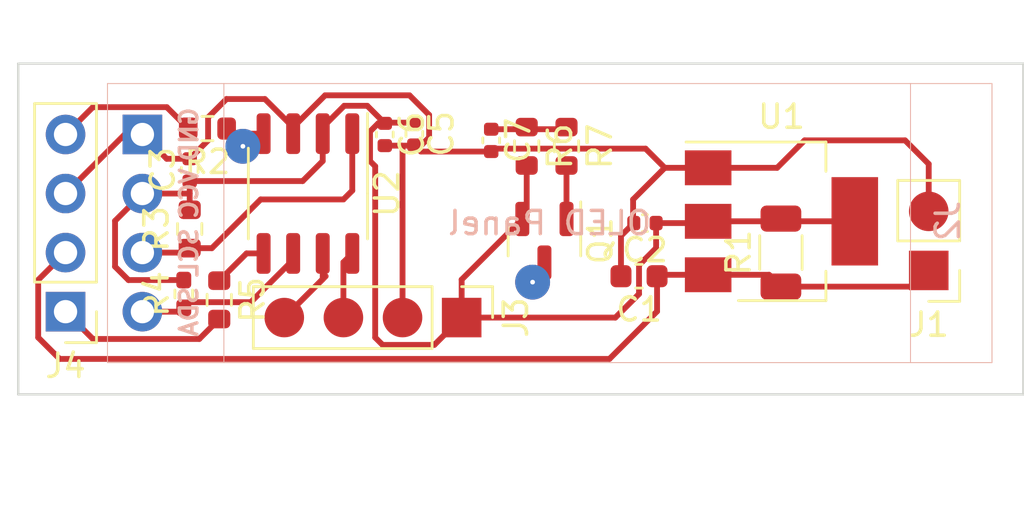
<source format=kicad_pcb>
(kicad_pcb (version 20211014) (generator pcbnew)
  (layers (0 "F.Cu" signal) (31 "B.Cu" signal) (34 "B.Paste" user) (35 "F.Paste" user) (36 "B.SilkS" user "B.Silkscreen") (37 "F.SilkS" user "F.Silkscreen") (38 "B.Mask" user) (39 "F.Mask" user) (44 "Edge.Cuts" user))
  (net 0 "")
  (net 1 "/V_SUP")
  (net 2 "GND")
  (net 3 "+3V3")
  (net 4 "Net-(C7-Pad1)")
  (net 5 "/SCL")
  (net 6 "/SDA")
  (net 7 "/SWCLK")
  (net 8 "/SWDIO")
  (net 9 "Net-(J4-Pad1)")
  (net 10 "Net-(J4-Pad4)")
  (net 11 "Net-(Q1-Pad1)")
  (net 12 "/TX_OUT")
  (net 13 "/RX_IN")
  (footprint "Resistor_SMD:R_0603_1608Metric" (layer "F.Cu") (at 103.378 69.596 -90)
    (fp_text reference "R6" (at 0 -1.43 90) (layer "F.SilkS"))
    (fp_text value "100R")
    (fp_line (start -0.237258 0.5225) (end 0.237258 0.5225) (layer "F.SilkS") (width 0.12))
    (fp_line (start -0.237258 -0.5225) (end 0.237258 -0.5225) (layer "F.SilkS") (width 0.12))
    (pad "1" smd roundrect locked (at -0.825 0 270) (size 0.8 0.95) (layers "F.Cu" "F.Paste" "F.Mask") (net 4 "Net-(C7-Pad1)"))
    (pad "2" smd roundrect locked (at 0.825 0 270) (size 0.8 0.95) (layers "F.Cu" "F.Paste" "F.Mask") (net 3 "+3V3"))
  )
  (footprint "Capacitor_SMD:C_0402_1005Metric" (layer "F.Cu") (at 108.458 72.898 180)
    (fp_text reference "C2" (at 0 -1.16) (layer "F.SilkS"))
    (fp_text value "100n")
    (fp_line (start -0.107836 -0.36) (end 0.107836 -0.36) (layer "F.SilkS") (width 0.12))
    (fp_line (start -0.107836 0.36) (end 0.107836 0.36) (layer "F.SilkS") (width 0.12))
    (pad "1" smd roundrect locked (at -0.48 0 180) (size 0.56 0.62) (layers "F.Cu" "F.Paste" "F.Mask") (net 3 "+3V3"))
    (pad "2" smd roundrect locked (at 0.48 0 180) (size 0.56 0.62) (layers "F.Cu" "F.Paste" "F.Mask") (net 2 "GND"))
  )
  (footprint "Resistor_SMD:R_0603_1608Metric" (layer "F.Cu") (at 88.9 73.152 90)
    (fp_text reference "R3" (at 0 -1.43 90) (layer "F.SilkS"))
    (fp_text value "1k")
    (fp_line (start -0.237258 -0.5225) (end 0.237258 -0.5225) (layer "F.SilkS") (width 0.12))
    (fp_line (start -0.237258 0.5225) (end 0.237258 0.5225) (layer "F.SilkS") (width 0.12))
    (pad "1" smd roundrect locked (at -0.825 0 90) (size 0.8 0.95) (layers "F.Cu" "F.Paste" "F.Mask") (net 5 "/SCL"))
    (pad "2" smd roundrect locked (at 0.825 0 90) (size 0.8 0.95) (layers "F.Cu" "F.Paste" "F.Mask") (net 3 "+3V3"))
  )
  (footprint "Connector_PinHeader_2.54mm:PinHeader_1x04_P2.54mm_Vertical" (layer "F.Cu") (at 100.584 76.962 -90)
    (fp_text reference "J3" (at 0 -2.33 90) (layer "F.SilkS"))
    (fp_text value "SWD")
    (fp_line (start -1.33 1.27) (end -1.33 8.95) (layer "F.SilkS") (width 0.12))
    (fp_line (start 1.33 1.27) (end 1.33 8.95) (layer "F.SilkS") (width 0.12))
    (fp_line (start -1.33 -1.33) (end 0 -1.33) (layer "F.SilkS") (width 0.12))
    (fp_line (start -1.33 0) (end -1.33 -1.33) (layer "F.SilkS") (width 0.12))
    (fp_line (start -1.33 8.95) (end 1.33 8.95) (layer "F.SilkS") (width 0.12))
    (fp_line (start -1.33 1.27) (end 1.33 1.27) (layer "F.SilkS") (width 0.12))
    (pad "1" smd rect locked (at 0 0 270) (size 1.7 1.7) (layers "F.Cu" "F.Paste" "F.Mask") (net 3 "+3V3"))
    (pad "2" smd oval locked (at 0 2.54 270) (size 1.7 1.7) (layers "F.Cu" "F.Paste" "F.Mask") (net 2 "GND"))
    (pad "3" smd oval locked (at 0 5.08 270) (size 1.7 1.7) (layers "F.Cu" "F.Paste" "F.Mask") (net 7 "/SWCLK"))
    (pad "4" smd oval locked (at 0 7.62 270) (size 1.7 1.7) (layers "F.Cu" "F.Paste" "F.Mask") (net 8 "/SWDIO"))
  )
  (footprint "Connector_PinHeader_2.54mm:PinHeader_1x02_P2.54mm_Vertical" (layer "F.Cu") (at 120.65 74.935 180)
    (fp_text reference "J1" (at 0 -2.33) (layer "F.SilkS"))
    (fp_text value "V_SUP")
    (fp_line (start 1.33 1.27) (end 1.33 3.87) (layer "F.SilkS") (width 0.12))
    (fp_line (start -1.33 0) (end -1.33 -1.33) (layer "F.SilkS") (width 0.12))
    (fp_line (start -1.33 1.27) (end -1.33 3.87) (layer "F.SilkS") (width 0.12))
    (fp_line (start -1.33 3.87) (end 1.33 3.87) (layer "F.SilkS") (width 0.12))
    (fp_line (start -1.33 -1.33) (end 0 -1.33) (layer "F.SilkS") (width 0.12))
    (fp_line (start -1.33 1.27) (end 1.33 1.27) (layer "F.SilkS") (width 0.12))
    (pad "1" smd rect locked (at 0 0 180) (size 1.7 1.7) (layers "F.Cu" "F.Paste" "F.Mask") (net 1 "/V_SUP"))
    (pad "2" smd oval locked (at 0 2.54 180) (size 1.7 1.7) (layers "F.Cu" "F.Paste" "F.Mask") (net 2 "GND"))
  )
  (footprint "Resistor_SMD:R_0603_1608Metric" (layer "F.Cu") (at 90.17 76.2 -90)
    (fp_text reference "R5" (at 0 -1.43 90) (layer "F.SilkS"))
    (fp_text value "100R")
    (fp_line (start -0.237258 -0.5225) (end 0.237258 -0.5225) (layer "F.SilkS") (width 0.12))
    (fp_line (start -0.237258 0.5225) (end 0.237258 0.5225) (layer "F.SilkS") (width 0.12))
    (pad "1" smd roundrect locked (at -0.825 0 270) (size 0.8 0.95) (layers "F.Cu" "F.Paste" "F.Mask") (net 13 "/RX_IN"))
    (pad "2" smd roundrect locked (at 0.825 0 270) (size 0.8 0.95) (layers "F.Cu" "F.Paste" "F.Mask") (net 9 "Net-(J4-Pad1)"))
  )
  (footprint "Package_TO_SOT_SMD:SOT-23" (layer "F.Cu") (at 104.14 73.66 -90)
    (fp_text reference "Q1" (at 0 -2.4 90) (layer "F.SilkS"))
    (fp_text value "BC807")
    (fp_line (start 0 1.56) (end 0.65 1.56) (layer "F.SilkS") (width 0.12))
    (fp_line (start 0 1.56) (end -0.65 1.56) (layer "F.SilkS") (width 0.12))
    (fp_line (start 0 -1.56) (end -1.675 -1.56) (layer "F.SilkS") (width 0.12))
    (fp_line (start 0 -1.56) (end 0.65 -1.56) (layer "F.SilkS") (width 0.12))
    (pad "1" smd roundrect locked (at -0.9375 -0.95 270) (size 1.475 0.6) (layers "F.Cu" "F.Paste" "F.Mask") (net 11 "Net-(Q1-Pad1)"))
    (pad "2" smd roundrect locked (at -0.9375 0.95 270) (size 1.475 0.6) (layers "F.Cu" "F.Paste" "F.Mask") (net 3 "+3V3"))
    (pad "3" smd roundrect locked (at 0.9375 0 270) (size 1.475 0.6) (layers "F.Cu" "F.Paste" "F.Mask") (net 12 "/TX_OUT"))
  )
  (footprint "Package_SO:SO-8_3.9x4.9mm_P1.27mm" (layer "F.Cu") (at 93.98 71.628 -90)
    (fp_text reference "U2" (at 0 -3.4 90) (layer "F.SilkS"))
    (fp_text value "STM32G031J6M6")
    (fp_line (start 0 -2.56) (end 1.95 -2.56) (layer "F.SilkS") (width 0.12))
    (fp_line (start 0 2.56) (end 1.95 2.56) (layer "F.SilkS") (width 0.12))
    (fp_line (start 0 -2.56) (end -3.45 -2.56) (layer "F.SilkS") (width 0.12))
    (fp_line (start 0 2.56) (end -1.95 2.56) (layer "F.SilkS") (width 0.12))
    (pad "1" smd roundrect locked (at -2.575 -1.905 270) (size 1.75 0.6) (layers "F.Cu" "F.Paste" "F.Mask") (net 5 "/SCL"))
    (pad "2" smd roundrect locked (at -2.575 -0.635 270) (size 1.75 0.6) (layers "F.Cu" "F.Paste" "F.Mask") (net 3 "+3V3"))
    (pad "3" smd roundrect locked (at -2.575 0.635 270) (size 1.75 0.6) (layers "F.Cu" "F.Paste" "F.Mask") (net 2 "GND"))
    (pad "4" smd roundrect locked (at -2.575 1.905 270) (size 1.75 0.6) (layers "F.Cu" "F.Paste" "F.Mask") (net 12 "/TX_OUT"))
    (pad "5" smd roundrect locked (at 2.575 1.905 270) (size 1.75 0.6) (layers "F.Cu" "F.Paste" "F.Mask") (net 13 "/RX_IN"))
    (pad "6" smd roundrect locked (at 2.575 0.635 270) (size 1.75 0.6) (layers "F.Cu" "F.Paste" "F.Mask") (net 6 "/SDA"))
    (pad "7" smd roundrect locked (at 2.575 -0.635 270) (size 1.75 0.6) (layers "F.Cu" "F.Paste" "F.Mask") (net 8 "/SWDIO"))
    (pad "8" smd roundrect locked (at 2.575 -1.905 270) (size 1.75 0.6) (layers "F.Cu" "F.Paste" "F.Mask") (net 7 "/SWCLK"))
  )
  (footprint "Resistor_SMD:R_0402_1005Metric_Pad0.72x0.64mm_HandSolder" (layer "F.Cu") (at 88.646 75.946 90)
    (fp_text reference "R4" (at 0 -1.17 90) (layer "F.SilkS"))
    (fp_text value "1k")
    (fp_line (start -0.167621 0.38) (end 0.167621 0.38) (layer "F.SilkS") (width 0.12))
    (fp_line (start -0.167621 -0.38) (end 0.167621 -0.38) (layer "F.SilkS") (width 0.12))
    (pad "1" smd roundrect locked (at -0.5975 0 90) (size 0.715 0.64) (layers "F.Cu" "F.Paste" "F.Mask") (net 6 "/SDA"))
    (pad "2" smd roundrect locked (at 0.5975 0 90) (size 0.715 0.64) (layers "F.Cu" "F.Paste" "F.Mask") (net 3 "+3V3"))
  )
  (footprint "Package_TO_SOT_SMD:SOT-223" (layer "F.Cu") (at 114.324 72.822)
    (fp_text reference "U1" (at 0 -4.5) (layer "F.SilkS"))
    (fp_text value "AZ1117-3.3")
    (fp_line (start 1.91 -3.41) (end 1.91 -2.15) (layer "F.SilkS") (width 0.12))
    (fp_line (start 1.91 3.41) (end 1.91 2.15) (layer "F.SilkS") (width 0.12))
    (fp_line (start -1.85 3.41) (end 1.91 3.41) (layer "F.SilkS") (width 0.12))
    (fp_line (start -4.1 -3.41) (end 1.91 -3.41) (layer "F.SilkS") (width 0.12))
    (pad "1" smd rect locked (at -3.15 -2.3) (size 2 1.5) (layers "F.Cu" "F.Paste" "F.Mask") (net 2 "GND"))
    (pad "2" smd rect locked (at -3.15 0) (size 2 1.5) (layers "F.Cu" "F.Paste" "F.Mask") (net 3 "+3V3"))
    (pad "3" smd rect locked (at -3.15 2.3) (size 2 1.5) (layers "F.Cu" "F.Paste" "F.Mask") (net 1 "/V_SUP"))
    (pad "4" smd rect locked (at 3.15 0) (size 2 3.8) (layers "F.Cu" "F.Paste" "F.Mask") (net 3 "+3V3"))
  )
  (footprint "Resistor_SMD:R_0603_1608Metric" (layer "F.Cu") (at 105.088 69.596 -90)
    (fp_text reference "R7" (at 0 -1.43 90) (layer "F.SilkS"))
    (fp_text value "1k")
    (fp_line (start -0.237258 -0.5225) (end 0.237258 -0.5225) (layer "F.SilkS") (width 0.12))
    (fp_line (start -0.237258 0.5225) (end 0.237258 0.5225) (layer "F.SilkS") (width 0.12))
    (pad "1" smd roundrect locked (at -0.825 0 270) (size 0.8 0.95) (layers "F.Cu" "F.Paste" "F.Mask") (net 4 "Net-(C7-Pad1)"))
    (pad "2" smd roundrect locked (at 0.825 0 270) (size 0.8 0.95) (layers "F.Cu" "F.Paste" "F.Mask") (net 11 "Net-(Q1-Pad1)"))
  )
  (footprint "Capacitor_SMD:C_0402_1005Metric" (layer "F.Cu") (at 98.552 69.06 -90)
    (fp_text reference "C5" (at 0 -1.16 90) (layer "F.SilkS"))
    (fp_text value "100n")
    (fp_line (start -0.107836 0.36) (end 0.107836 0.36) (layer "F.SilkS") (width 0.12))
    (fp_line (start -0.107836 -0.36) (end 0.107836 -0.36) (layer "F.SilkS") (width 0.12))
    (pad "1" smd roundrect locked (at -0.48 0 270) (size 0.56 0.62) (layers "F.Cu" "F.Paste" "F.Mask") (net 3 "+3V3"))
    (pad "2" smd roundrect locked (at 0.48 0 270) (size 0.56 0.62) (layers "F.Cu" "F.Paste" "F.Mask") (net 2 "GND"))
  )
  (footprint "Connector_PinHeader_2.54mm:PinHeader_1x04_P2.54mm_Vertical" (layer "F.Cu") (at 83.566 76.708 180)
    (fp_text reference "J4" (at 0 -2.33) (layer "F.SilkS"))
    (fp_text value "IO_CON")
    (fp_line (start 1.33 1.27) (end 1.33 8.95) (layer "F.SilkS") (width 0.12))
    (fp_line (start -1.33 1.27) (end 1.33 1.27) (layer "F.SilkS") (width 0.12))
    (fp_line (start -1.33 8.95) (end 1.33 8.95) (layer "F.SilkS") (width 0.12))
    (fp_line (start -1.33 1.27) (end -1.33 8.95) (layer "F.SilkS") (width 0.12))
    (fp_line (start -1.33 0) (end -1.33 -1.33) (layer "F.SilkS") (width 0.12))
    (fp_line (start -1.33 -1.33) (end 0 -1.33) (layer "F.SilkS") (width 0.12))
    (pad "1" thru_hole rect locked (at 0 0 180) (size 1.7 1.7) (drill 1) (layers *.Cu *.Mask) (net 9 "Net-(J4-Pad1)"))
    (pad "2" thru_hole oval locked (at 0 2.54 180) (size 1.7 1.7) (drill 1) (layers *.Cu *.Mask) (net 1 "/V_SUP"))
    (pad "3" thru_hole oval locked (at 0 5.08 180) (size 1.7 1.7) (drill 1) (layers *.Cu *.Mask) (net 2 "GND"))
    (pad "4" thru_hole oval locked (at 0 7.62 180) (size 1.7 1.7) (drill 1) (layers *.Cu *.Mask) (net 10 "Net-(J4-Pad4)"))
  )
  (footprint "Capacitor_SMD:C_0402_1005Metric" (layer "F.Cu") (at 88.9 70.612 90)
    (fp_text reference "C3" (at 0 -1.16 90) (layer "F.SilkS"))
    (fp_text value "100n")
    (fp_line (start -0.107836 0.36) (end 0.107836 0.36) (layer "F.SilkS") (width 0.12))
    (fp_line (start -0.107836 -0.36) (end 0.107836 -0.36) (layer "F.SilkS") (width 0.12))
    (pad "1" smd roundrect locked (at -0.48 0 90) (size 0.56 0.62) (layers "F.Cu" "F.Paste" "F.Mask") (net 3 "+3V3"))
    (pad "2" smd roundrect locked (at 0.48 0 90) (size 0.56 0.62) (layers "F.Cu" "F.Paste" "F.Mask") (net 2 "GND"))
  )
  (footprint "Resistor_SMD:R_0603_1608Metric" (layer "F.Cu") (at 89.662 68.834 180)
    (fp_text reference "R2" (at 0 -1.43) (layer "F.SilkS"))
    (fp_text value "100R")
    (fp_line (start -0.237258 -0.5225) (end 0.237258 -0.5225) (layer "F.SilkS") (width 0.12))
    (fp_line (start -0.237258 0.5225) (end 0.237258 0.5225) (layer "F.SilkS") (width 0.12))
    (pad "1" smd roundrect locked (at -0.825 0 180) (size 0.8 0.95) (layers "F.Cu" "F.Paste" "F.Mask") (net 12 "/TX_OUT"))
    (pad "2" smd roundrect locked (at 0.825 0 180) (size 0.8 0.95) (layers "F.Cu" "F.Paste" "F.Mask") (net 10 "Net-(J4-Pad4)"))
  )
  (footprint "Capacitor_SMD:C_0402_1005Metric" (layer "F.Cu") (at 101.854 69.342 -90)
    (fp_text reference "C7" (at 0 -1.16 90) (layer "F.SilkS"))
    (fp_text value "1u")
    (fp_line (start -0.107836 -0.36) (end 0.107836 -0.36) (layer "F.SilkS") (width 0.12))
    (fp_line (start -0.107836 0.36) (end 0.107836 0.36) (layer "F.SilkS") (width 0.12))
    (pad "1" smd roundrect locked (at -0.48 0 270) (size 0.56 0.62) (layers "F.Cu" "F.Paste" "F.Mask") (net 4 "Net-(C7-Pad1)"))
    (pad "2" smd roundrect locked (at 0.48 0 270) (size 0.56 0.62) (layers "F.Cu" "F.Paste" "F.Mask") (net 2 "GND"))
  )
  (footprint "Resistor_SMD:R_1206_3216Metric" (layer "F.Cu") (at 114.3 74.168 90)
    (fp_text reference "R1" (at 0 -1.82 90) (layer "F.SilkS"))
    (fp_text value "0E (place when Vin = 3,3V)")
    (fp_line (start -0.727064 -0.91) (end 0.727064 -0.91) (layer "F.SilkS") (width 0.12))
    (fp_line (start -0.727064 0.91) (end 0.727064 0.91) (layer "F.SilkS") (width 0.12))
    (pad "1" smd roundrect locked (at -1.4625 0 90) (size 1.125 1.75) (layers "F.Cu" "F.Paste" "F.Mask") (roundrect_rratio 0.222222) (net 1 "/V_SUP"))
    (pad "2" smd roundrect locked (at 1.4625 0 90) (size 1.125 1.75) (layers "F.Cu" "F.Paste" "F.Mask") (roundrect_rratio 0.222222) (net 3 "+3V3"))
  )
  (footprint "Capacitor_SMD:C_0402_1005Metric" (layer "F.Cu") (at 97.282 69.088 -90)
    (fp_text reference "C6" (at 0 -1.16 90) (layer "F.SilkS"))
    (fp_text value "1u")
    (fp_line (start -0.107836 -0.36) (end 0.107836 -0.36) (layer "F.SilkS") (width 0.12))
    (fp_line (start -0.107836 0.36) (end 0.107836 0.36) (layer "F.SilkS") (width 0.12))
    (pad "1" smd roundrect locked (at -0.48 0 270) (size 0.56 0.62) (layers "F.Cu" "F.Paste" "F.Mask") (net 3 "+3V3"))
    (pad "2" smd roundrect locked (at 0.48 0 270) (size 0.56 0.62) (layers "F.Cu" "F.Paste" "F.Mask") (net 2 "GND"))
  )
  (footprint "Capacitor_SMD:C_0603_1608Metric" (layer "F.Cu") (at 108.204 75.184 180)
    (fp_text reference "C1" (at 0 -1.43) (layer "F.SilkS"))
    (fp_text value "100n")
    (fp_line (start -0.14058 0.51) (end 0.14058 0.51) (layer "F.SilkS") (width 0.12))
    (fp_line (start -0.14058 -0.51) (end 0.14058 -0.51) (layer "F.SilkS") (width 0.12))
    (pad "1" smd roundrect locked (at -0.775 0 180) (size 0.9 0.95) (layers "F.Cu" "F.Paste" "F.Mask") (net 1 "/V_SUP"))
    (pad "2" smd roundrect locked (at 0.775 0 180) (size 0.9 0.95) (layers "F.Cu" "F.Paste" "F.Mask") (net 2 "GND"))
  )
  (footprint "oled:SSD1306-0.91-OLED-4pin-128x32" (layer "B.Cu") (at 123.368 66.898 180)
    (fp_text reference "J2" (at 1.9 -5.91 90) (layer "B.SilkS") (effects (justify mirror)))
    (fp_text value "Conn_01x04_Female")
    (fp_text user "VCC" (at 34.5 -4.73 90) (layer "B.SilkS") (effects (font (size 0.75 0.75)) (justify mirror)))
    (fp_text user "SCL" (at 34.5 -7.27 90) (layer "B.SilkS") (effects (font (size 0.75 0.75)) (justify mirror)))
    (fp_text user "OLED Panel" (at 19 -6) (layer "B.SilkS") (effects (justify mirror)))
    (fp_text user "GND" (at 34.5 -2.19 90) (layer "B.SilkS") (effects (font (size 0.75 0.75)) (justify mirror)))
    (fp_text user "SDA" (at 34.5 -9.81 90) (layer "B.SilkS") (effects (font (size 0.75 0.75)) (justify mirror)))
    (fp_line (start 0 -12) (end 38 -12) (layer "B.SilkS") (width 0.04))
    (fp_line (start 0 0) (end 0 -12) (layer "B.SilkS") (width 0.04))
    (fp_line (start 33 0) (end 33 -12) (layer "B.SilkS") (width 0.04))
    (fp_line (start 3.5 0) (end 3.5 -12) (layer "B.SilkS") (width 0.04))
    (fp_line (start 38 0) (end 0 0) (layer "B.SilkS") (width 0.04))
    (fp_line (start 38 -12) (end 38 0) (layer "B.SilkS") (width 0.04))
    (pad "1" thru_hole rect locked (at 36.5 -2.19 180) (size 1.7 1.7) (drill 1) (layers *.Cu *.Mask) (net 2 "GND"))
    (pad "2" thru_hole oval locked (at 36.5 -4.73 180) (size 1.7 1.7) (drill 1) (layers *.Cu *.Mask) (net 3 "+3V3"))
    (pad "3" thru_hole oval locked (at 36.5 -7.27 180) (size 1.7 1.7) (drill 1) (layers *.Cu *.Mask) (net 5 "/SCL"))
    (pad "4" thru_hole oval locked (at 36.5 -9.81 180) (size 1.7 1.7) (drill 1) (layers *.Cu *.Mask) (net 6 "/SDA"))
  )
  (gr_line (start 81.534 80.264) (end 124.714 80.264) (layer "Edge.Cuts") (width 0.1))
  (gr_line (start 124.714 80.264) (end 124.714 66.04) (layer "Edge.Cuts") (width 0.1))
  (gr_line (start 81.534 66.04) (end 81.534 80.264) (layer "Edge.Cuts") (width 0.1))
  (gr_line (start 124.714 66.04) (end 81.534 66.04) (layer "Edge.Cuts") (width 0.1))
  (segment (start 111.174 75.122) (end 109.041 75.122) (width 0.25) (layer "F.Cu") (net 1))
  (segment (start 119.9545 75.6305) (end 114.3 75.6305) (width 0.25) (layer "F.Cu") (net 1))
  (segment (start 106.934 78.74) (end 108.979 76.695) (width 0.25) (layer "F.Cu") (net 1))
  (segment (start 114.3 75.6305) (end 113.7915 75.122) (width 0.25) (layer "F.Cu") (net 1))
  (segment (start 109.041 75.122) (end 108.979 75.184) (width 0.25) (layer "F.Cu") (net 1))
  (segment (start 83.566 74.168) (end 82.391489 75.342511) (width 0.25) (layer "F.Cu") (net 1))
  (segment (start 82.391489 75.342511) (end 82.391489 77.819489) (width 0.25) (layer "F.Cu") (net 1))
  (segment (start 83.312 78.74) (end 106.934 78.74) (width 0.25) (layer "F.Cu") (net 1))
  (segment (start 120.65 74.935) (end 119.9545 75.6305) (width 0.25) (layer "F.Cu") (net 1))
  (segment (start 108.979 76.695) (end 108.979 75.184) (width 0.25) (layer "F.Cu") (net 1))
  (segment (start 82.391489 77.819489) (end 83.312 78.74) (width 0.25) (layer "F.Cu") (net 1))
  (segment (start 113.7915 75.122) (end 111.174 75.122) (width 0.25) (layer "F.Cu") (net 1))
  (segment (start 119.634 69.342) (end 120.65 70.358) (width 0.25) (layer "F.Cu") (net 2))
  (segment (start 98.834 69.822) (end 98.552 69.54) (width 0.25) (layer "F.Cu") (net 2))
  (segment (start 86.106 69.088) (end 86.868 69.088) (width 0.25) (layer "F.Cu") (net 2))
  (segment (start 92.132072 67.564) (end 93.345 68.776928) (width 0.25) (layer "F.Cu") (net 2))
  (segment (start 115.316 69.342) (end 119.634 69.342) (width 0.25) (layer "F.Cu") (net 2))
  (segment (start 98.044 76.962) (end 98.044 69.596) (width 0.25) (layer "F.Cu") (net 2))
  (segment (start 98.524 69.568) (end 98.552 69.54) (width 0.25) (layer "F.Cu") (net 2))
  (segment (start 109.31 70.522) (end 107.95 71.882) (width 0.25) (layer "F.Cu") (net 2))
  (segment (start 101.854 69.822) (end 101.97952 69.69648) (width 0.25) (layer "F.Cu") (net 2))
  (segment (start 93.345 68.776928) (end 93.345 69.053) (width 0.25) (layer "F.Cu") (net 2))
  (segment (start 101.854 69.822) (end 98.834 69.822) (width 0.25) (layer "F.Cu") (net 2))
  (segment (start 107.429 73.447) (end 107.978 72.898) (width 0.25) (layer "F.Cu") (net 2))
  (segment (start 94.717968 67.40396) (end 98.34289 67.40396) (width 0.25) (layer "F.Cu") (net 2))
  (segment (start 120.65 70.358) (end 120.65 72.395) (width 0.25) (layer "F.Cu") (net 2))
  (segment (start 98.016 69.568) (end 98.524 69.568) (width 0.25) (layer "F.Cu") (net 2))
  (segment (start 108.48448 69.69648) (end 109.31 70.522) (width 0.25) (layer "F.Cu") (net 2))
  (segment (start 99.18652 68.24759) (end 99.18652 69.21548) (width 0.25) (layer "F.Cu") (net 2))
  (segment (start 89.69 69.342) (end 89.69 68.354) (width 0.25) (layer "F.Cu") (net 2))
  (segment (start 98.862 69.54) (end 98.552 69.54) (width 0.25) (layer "F.Cu") (net 2))
  (segment (start 111.174 70.522) (end 109.31 70.522) (width 0.25) (layer "F.Cu") (net 2))
  (segment (start 98.34289 67.40396) (end 99.18652 68.24759) (width 0.25) (layer "F.Cu") (net 2))
  (segment (start 111.174 70.522) (end 114.136 70.522) (width 0.25) (layer "F.Cu") (net 2))
  (segment (start 97.282 69.568) (end 98.016 69.568) (width 0.25) (layer "F.Cu") (net 2))
  (segment (start 101.97952 69.69648) (end 108.48448 69.69648) (width 0.25) (layer "F.Cu") (net 2))
  (segment (start 89.69 68.354) (end 90.48 67.564) (width 0.25) (layer "F.Cu") (net 2))
  (segment (start 107.95 72.87) (end 107.978 72.898) (width 0.25) (layer "F.Cu") (net 2))
  (segment (start 107.95 71.882) (end 107.95 72.87) (width 0.25) (layer "F.Cu") (net 2))
  (segment (start 88.9 70.132) (end 89.69 69.342) (width 0.25) (layer "F.Cu") (net 2))
  (segment (start 88.9 70.132) (end 87.912 70.132) (width 0.25) (layer "F.Cu") (net 2))
  (segment (start 87.912 70.132) (end 86.868 69.088) (width 0.25) (layer "F.Cu") (net 2))
  (segment (start 93.345 68.776928) (end 94.717968 67.40396) (width 0.25) (layer "F.Cu") (net 2))
  (segment (start 99.18652 69.21548) (end 98.862 69.54) (width 0.25) (layer "F.Cu") (net 2))
  (segment (start 83.566 71.628) (end 86.106 69.088) (width 0.25) (layer "F.Cu") (net 2))
  (segment (start 90.48 67.564) (end 92.132072 67.564) (width 0.25) (layer "F.Cu") (net 2))
  (segment (start 114.136 70.522) (end 115.316 69.342) (width 0.25) (layer "F.Cu") (net 2))
  (segment (start 107.429 75.184) (end 107.429 73.447) (width 0.25) (layer "F.Cu") (net 2))
  (segment (start 98.044 69.596) (end 98.016 69.568) (width 0.25) (layer "F.Cu") (net 2))
  (segment (start 111.098 72.898) (end 111.174 72.822) (width 0.25) (layer "F.Cu") (net 3))
  (segment (start 88.9 71.628) (end 88.9 71.092) (width 0.25) (layer "F.Cu") (net 3))
  (segment (start 94.615 70.231) (end 93.754 71.092) (width 0.25) (layer "F.Cu") (net 3))
  (segment (start 99.409489 78.136511) (end 100.584 76.962) (width 0.25) (layer "F.Cu") (net 3))
  (segment (start 97 68.608) (end 96.64748 68.96052) (width 0.25) (layer "F.Cu") (net 3))
  (segment (start 94.615 68.776928) (end 95.538448 67.85348) (width 0.25) (layer "F.Cu") (net 3))
  (segment (start 85.693489 74.771489) (end 85.693489 72.802511) (width 0.25) (layer "F.Cu") (net 3))
  (segment (start 97.282 68.608) (end 97 68.608) (width 0.25) (layer "F.Cu") (net 3))
  (segment (start 103.378 70.421) (end 103.378 72.5345) (width 0.25) (layer "F.Cu") (net 3))
  (segment (start 96.52748 67.85348) (end 97.282 68.608) (width 0.25) (layer "F.Cu") (net 3))
  (segment (start 97.31 68.58) (end 97.282 68.608) (width 0.25) (layer "F.Cu") (net 3))
  (segment (start 88.646 75.3485) (end 86.2705 75.3485) (width 0.25) (layer "F.Cu") (net 3))
  (segment (start 96.64748 68.96052) (end 96.64748 70.23148) (width 0.25) (layer "F.Cu") (net 3))
  (segment (start 100.584 75.3285) (end 103.19 72.7225) (width 0.25) (layer "F.Cu") (net 3))
  (segment (start 94.615 69.053) (end 94.615 70.231) (width 0.25) (layer "F.Cu") (net 3))
  (segment (start 97.186511 78.136511) (end 99.409489 78.136511) (width 0.25) (layer "F.Cu") (net 3))
  (segment (start 88.9 72.327) (end 88.9 71.628) (width 0.25) (layer "F.Cu") (net 3))
  (segment (start 117.474 72.822) (end 111.174 72.822) (width 0.25) (layer "F.Cu") (net 3))
  (segment (start 85.693489 72.802511) (end 86.868 71.628) (width 0.25) (layer "F.Cu") (net 3))
  (segment (start 108.204 74.706862) (end 108.204 75.946) (width 0.25) (layer "F.Cu") (net 3))
  (segment (start 96.869489 77.819489) (end 97.186511 78.136511) (width 0.25) (layer "F.Cu") (net 3))
  (segment (start 94.615 69.053) (end 94.615 68.776928) (width 0.25) (layer "F.Cu") (net 3))
  (segment (start 107.188 76.962) (end 100.584 76.962) (width 0.25) (layer "F.Cu") (net 3))
  (segment (start 96.869489 70.453489) (end 96.869489 77.819489) (width 0.25) (layer "F.Cu") (net 3))
  (segment (start 98.552 68.58) (end 97.31 68.58) (width 0.25) (layer "F.Cu") (net 3))
  (segment (start 108.938 73.972862) (end 108.204 74.706862) (width 0.25) (layer "F.Cu") (net 3))
  (segment (start 103.378 72.5345) (end 103.19 72.7225) (width 0.25) (layer "F.Cu") (net 3))
  (segment (start 93.754 71.092) (end 88.9 71.092) (width 0.25) (layer "F.Cu") (net 3))
  (segment (start 108.938 72.898) (end 108.938 73.972862) (width 0.25) (layer "F.Cu") (net 3))
  (segment (start 86.2705 75.3485) (end 85.693489 74.771489) (width 0.25) (layer "F.Cu") (net 3))
  (segment (start 86.868 71.628) (end 88.9 71.628) (width 0.25) (layer "F.Cu") (net 3))
  (segment (start 95.538448 67.85348) (end 96.52748 67.85348) (width 0.25) (layer "F.Cu") (net 3))
  (segment (start 96.64748 70.23148) (end 96.869489 70.453489) (width 0.25) (layer "F.Cu") (net 3))
  (segment (start 100.584 76.962) (end 100.584 75.3285) (width 0.25) (layer "F.Cu") (net 3))
  (segment (start 108.938 72.898) (end 111.098 72.898) (width 0.25) (layer "F.Cu") (net 3))
  (segment (start 108.204 75.946) (end 107.188 76.962) (width 0.25) (layer "F.Cu") (net 3))
  (segment (start 101.854 68.862) (end 104.997 68.862) (width 0.25) (layer "F.Cu") (net 4))
  (segment (start 104.997 68.862) (end 105.088 68.771) (width 0.25) (layer "F.Cu") (net 4))
  (segment (start 91.948 71.882) (end 95.504 71.882) (width 0.25) (layer "F.Cu") (net 5))
  (segment (start 88.709 74.168) (end 88.9 73.977) (width 0.25) (layer "F.Cu") (net 5))
  (segment (start 95.504 71.882) (end 95.885 71.501) (width 0.25) (layer "F.Cu") (net 5))
  (segment (start 86.868 74.168) (end 88.709 74.168) (width 0.25) (layer "F.Cu") (net 5))
  (segment (start 89.853 73.977) (end 91.948 71.882) (width 0.25) (layer "F.Cu") (net 5))
  (segment (start 95.885 71.501) (end 95.885 69.053) (width 0.25) (layer "F.Cu") (net 5))
  (segment (start 88.9 73.977) (end 89.853 73.977) (width 0.25) (layer "F.Cu") (net 5))
  (segment (start 88.88902 76.30048) (end 88.646 76.5435) (width 0.25) (layer "F.Cu") (net 6))
  (segment (start 93.345 74.479072) (end 91.523592 76.30048) (width 0.25) (layer "F.Cu") (net 6))
  (segment (start 91.523592 76.30048) (end 88.88902 76.30048) (width 0.25) (layer "F.Cu") (net 6))
  (segment (start 93.345 74.203) (end 93.345 74.479072) (width 0.25) (layer "F.Cu") (net 6))
  (segment (start 88.4815 76.708) (end 88.646 76.5435) (width 0.25) (layer "F.Cu") (net 6))
  (segment (start 86.868 76.708) (end 88.4815 76.708) (width 0.25) (layer "F.Cu") (net 6))
  (segment (start 95.885 74.203) (end 95.504 74.584) (width 0.25) (layer "F.Cu") (net 7))
  (segment (start 95.504 74.584) (end 95.504 76.962) (width 0.25) (layer "F.Cu") (net 7))
  (segment (start 94.615 74.203) (end 94.615 75.311) (width 0.25) (layer "F.Cu") (net 8))
  (segment (start 94.615 75.311) (end 92.964 76.962) (width 0.25) (layer "F.Cu") (net 8))
  (segment (start 92.964 76.962) (end 94.742 75.184) (width 0.25) (layer "F.Cu") (net 8))
  (segment (start 89.312489 77.882511) (end 90.17 77.025) (width 0.25) (layer "F.Cu") (net 9))
  (segment (start 83.566 76.708) (end 84.740511 77.882511) (width 0.25) (layer "F.Cu") (net 9))
  (segment (start 84.740511 77.882511) (end 89.312489 77.882511) (width 0.25) (layer "F.Cu") (net 9))
  (segment (start 87.916489 67.913489) (end 88.837 68.834) (width 0.25) (layer "F.Cu") (net 10))
  (segment (start 84.740511 67.913489) (end 87.916489 67.913489) (width 0.25) (layer "F.Cu") (net 10))
  (segment (start 83.566 69.088) (end 84.740511 67.913489) (width 0.25) (layer "F.Cu") (net 10))
  (segment (start 105.088 70.421) (end 105.088 72.7205) (width 0.25) (layer "F.Cu") (net 11))
  (segment (start 105.088 72.7205) (end 105.09 72.7225) (width 0.25) (layer "F.Cu") (net 11))
  (segment (start 92.075 69.053) (end 91.221 69.053) (width 0.25) (layer "F.Cu") (net 12))
  (segment (start 91.221 69.053) (end 90.706 69.053) (width 0.25) (layer "F.Cu") (net 12))
  (segment (start 90.706 69.053) (end 90.487 68.834) (width 0.25) (layer "F.Cu") (net 12))
  (via (at 91.186 69.596) (size 1.5) (drill 0.2) (layers "F.Cu" "B.Cu") (net 12))
  (via (at 103.632 75.438) (size 1.5) (drill 0.2) (layers "F.Cu" "B.Cu") (net 12))
  (segment (start 92.075 74.203) (end 91.342 74.203) (width 0.25) (layer "F.Cu") (net 13))
  (segment (start 91.342 74.203) (end 90.17 75.375) (width 0.25) (layer "F.Cu") (net 13))
)
</source>
